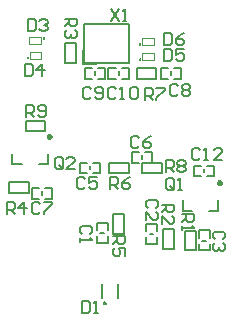
<source format=gbo>
%FSTAX23Y23*%
%MOIN*%
%SFA1B1*%

%IPPOS*%
%ADD13C,0.007870*%
%ADD57C,0.003940*%
%ADD58C,0.009840*%
%ADD59C,0.005910*%
%ADD60C,0.003150*%
%ADD61C,0.006000*%
%ADD62C,0.005910*%
%LNusb2uart-1*%
%LPD*%
G54D13*
X00777Y00362D02*
X00746D01*
Y00397*
X00864Y00362D02*
X00832D01*
X00864D02*
Y00397D01*
X00209Y00517D02*
X00178D01*
Y00552*
X00296Y00517D02*
X00265D01*
X00296D02*
Y00552D01*
X00457Y00851D02*
X00412D01*
Y00852D02*
Y00896D01*
X00506Y01034D02*
X00532Y00995D01*
Y01034D02*
X00506Y00995D01*
X00545D02*
X00558D01*
X00552*
Y01034*
X00545Y01028*
X00224Y00675D02*
Y00714D01*
X00244*
X0025Y00708*
Y00695*
X00244Y00688*
X00224*
X00237D02*
X0025Y00675D01*
X00263Y00681D02*
X0027Y00675D01*
X00283*
X0029Y00681*
Y00708*
X00283Y00714*
X0027*
X00263Y00708*
Y00701*
X0027Y00695*
X0029*
X00689Y0049D02*
Y00529D01*
X00709*
X00715Y00523*
Y0051*
X00709Y00503*
X00689*
X00702D02*
X00715Y0049D01*
X00728Y00523D02*
X00735Y00529D01*
X00748*
X00755Y00523*
Y00516*
X00748Y0051*
X00755Y00503*
Y00496*
X00748Y0049*
X00735*
X00728Y00496*
Y00503*
X00735Y0051*
X00728Y00516*
Y00523*
X00735Y0051D02*
X00748D01*
X00619Y0073D02*
Y00769D01*
X00639*
X00645Y00763*
Y0075*
X00639Y00743*
X00619*
X00632D02*
X00645Y0073D01*
X00658Y00769D02*
X00685D01*
Y00763*
X00658Y00736*
Y0073*
X00504Y00435D02*
Y00474D01*
X00524*
X0053Y00468*
Y00455*
X00524Y00448*
X00504*
X00517D02*
X0053Y00435D01*
X0057Y00474D02*
X00557Y00468D01*
X00543Y00455*
Y00441*
X0055Y00435*
X00563*
X0057Y00441*
Y00448*
X00563Y00455*
X00543*
X00512Y00277D02*
X00552D01*
Y00258*
X00545Y00251*
X00532*
X00525Y00258*
Y00277*
Y00264D02*
X00512Y00251D01*
X00552Y00212D02*
Y00238D01*
X00532*
X00538Y00225*
Y00218*
X00532Y00212*
X00519*
X00512Y00218*
Y00231*
X00519Y00238*
X00159Y0035D02*
Y00389D01*
X00179*
X00185Y00383*
Y0037*
X00179Y00363*
X00159*
X00172D02*
X00185Y0035D01*
X00218D02*
Y00389D01*
X00198Y0037*
X00225*
X00352Y01002D02*
X00392D01*
Y00983*
X00385Y00976*
X00372*
X00365Y00983*
Y01002*
Y00989D02*
X00352Y00976D01*
X00385Y00963D02*
X00392Y00956D01*
Y00943*
X00385Y00937*
X00378*
X00372Y00943*
Y0095*
Y00943*
X00365Y00937*
X00359*
X00352Y00943*
Y00956*
X00359Y00963*
X00677Y00382D02*
X00717D01*
Y00363*
X0071Y00356*
X00697*
X0069Y00363*
Y00382*
Y00369D02*
X00677Y00356D01*
Y00317D02*
Y00343D01*
X00703Y00317*
X0071*
X00717Y00323*
Y00336*
X0071Y00343*
X00742Y00351D02*
X00782D01*
Y00331*
X00775Y00325*
X00762*
X00755Y00331*
Y00351*
Y00338D02*
X00742Y00325D01*
Y00311D02*
Y00298D01*
Y00305*
X00782*
X00775Y00311*
X00345Y00506D02*
Y00533D01*
X00339Y00539*
X00326*
X00319Y00533*
Y00506*
X00326Y005*
X00339*
X00332Y00513D02*
X00345Y005D01*
X00339D02*
X00345Y00506D01*
X00385Y005D02*
X00358D01*
X00385Y00526*
Y00533*
X00378Y00539*
X00365*
X00358Y00533*
X00717Y00436D02*
Y00463D01*
X0071Y00469*
X00697*
X00691Y00463*
Y00436*
X00697Y0043*
X0071*
X00704Y00443D02*
X00717Y0043D01*
X0071D02*
X00717Y00436D01*
X0073Y0043D02*
X00743D01*
X00737*
Y00469*
X0073Y00463*
X00684Y00954D02*
Y00915D01*
X00704*
X0071Y00921*
Y00948*
X00704Y00954*
X00684*
X0075D02*
X00737Y00948D01*
X00723Y00935*
Y00921*
X0073Y00915*
X00743*
X0075Y00921*
Y00928*
X00743Y00935*
X00723*
X00684Y00899D02*
Y0086D01*
X00704*
X0071Y00866*
Y00893*
X00704Y00899*
X00684*
X0075D02*
X00723D01*
Y0088*
X00737Y00886*
X00743*
X0075Y0088*
Y00866*
X00743Y0086*
X0073*
X00723Y00866*
X00219Y00849D02*
Y0081D01*
X00239*
X00245Y00816*
Y00843*
X00239Y00849*
X00219*
X00278Y0081D02*
Y00849D01*
X00258Y0083*
X00285*
X00229Y00999D02*
Y0096D01*
X00249*
X00255Y00966*
Y00993*
X00249Y00999*
X00229*
X00268Y00993D02*
X00275Y00999D01*
X00288*
X00295Y00993*
Y00986*
X00288Y0098*
X00282*
X00288*
X00295Y00973*
Y00966*
X00288Y0096*
X00275*
X00268Y00966*
X00411Y00059D02*
Y0002D01*
X0043*
X00437Y00026*
Y00053*
X0043Y00059*
X00411*
X0045Y0002D02*
X00463D01*
X00457*
Y00059*
X0045Y00053*
X00804Y00563D02*
X00797Y00569D01*
X00784*
X00778Y00563*
Y00536*
X00784Y0053*
X00797*
X00804Y00536*
X00817Y0053D02*
X0083D01*
X00824*
Y00569*
X00817Y00563*
X00876Y0053D02*
X0085D01*
X00876Y00556*
Y00563*
X0087Y00569*
X00856*
X0085Y00563*
X00524Y00768D02*
X00517Y00774D01*
X00504*
X00498Y00768*
Y00741*
X00504Y00735*
X00517*
X00524Y00741*
X00537Y00735D02*
X0055D01*
X00544*
Y00774*
X00537Y00768*
X0057D02*
X00576Y00774D01*
X0059*
X00596Y00768*
Y00741*
X0059Y00735*
X00576*
X0057Y00741*
Y00768*
X0044D02*
X00434Y00774D01*
X00421*
X00414Y00768*
Y00741*
X00421Y00735*
X00434*
X0044Y00741*
X00453D02*
X0046Y00735D01*
X00473*
X0048Y00741*
Y00768*
X00473Y00774*
X0046*
X00453Y00768*
Y00761*
X0046Y00755*
X0048*
X0073Y00778D02*
X00724Y00784D01*
X00711*
X00704Y00778*
Y00751*
X00711Y00745*
X00724*
X0073Y00751*
X00743Y00778D02*
X0075Y00784D01*
X00763*
X0077Y00778*
Y00771*
X00763Y00765*
X0077Y00758*
Y00751*
X00763Y00745*
X0075*
X00743Y00751*
Y00758*
X0075Y00765*
X00743Y00771*
Y00778*
X0075Y00765D02*
X00763D01*
X0027Y00383D02*
X00264Y00389D01*
X00251*
X00244Y00383*
Y00356*
X00251Y0035*
X00264*
X0027Y00356*
X00283Y00389D02*
X0031D01*
Y00383*
X00283Y00356*
Y0035*
X006Y00603D02*
X00594Y00609D01*
X00581*
X00574Y00603*
Y00576*
X00581Y0057*
X00594*
X006Y00576*
X0064Y00609D02*
X00627Y00603D01*
X00613Y0059*
Y00576*
X0062Y0057*
X00633*
X0064Y00576*
Y00583*
X00633Y0059*
X00613*
X0042Y00468D02*
X00414Y00474D01*
X00401*
X00394Y00468*
Y00441*
X00401Y00435*
X00414*
X0042Y00441*
X0046Y00474D02*
X00433D01*
Y00455*
X00447Y00461*
X00453*
X0046Y00455*
Y00441*
X00453Y00435*
X0044*
X00433Y00441*
X0088Y00266D02*
X00887Y00273D01*
Y00286*
X0088Y00292*
X00854*
X00847Y00286*
Y00273*
X00854Y00266*
X0088Y00253D02*
X00887Y00246D01*
Y00233*
X0088Y00227*
X00873*
X00867Y00233*
Y0024*
Y00233*
X0086Y00227*
X00854*
X00847Y00233*
Y00246*
X00854Y00253*
X00655Y00371D02*
X00662Y00378D01*
Y00391*
X00655Y00397*
X00629*
X00622Y00391*
Y00378*
X00629Y00371*
X00622Y00332D02*
Y00358D01*
X00648Y00332*
X00655*
X00662Y00338*
Y00351*
X00655Y00358*
X00435Y00285D02*
X00442Y00291D01*
Y00304*
X00435Y00311*
X00409*
X00402Y00304*
Y00291*
X00409Y00285*
X00402Y00271D02*
Y00258D01*
Y00265*
X00442*
X00435Y00271*
G54D57*
X0028Y00937D02*
D01*
X0028Y00937*
X0028Y00937*
X0028Y00937*
X0028Y00937*
X0028Y00937*
X0028Y00937*
X0028Y00936*
X0028Y00936*
X0028Y00936*
X0028Y00936*
X0028Y00936*
X0028Y00936*
X0028Y00936*
X00281Y00936*
X00281Y00936*
X00281Y00936*
X00281Y00936*
X00281Y00935*
X00281Y00935*
X00281Y00935*
X00281Y00935*
X00282Y00935*
X00282*
X00282Y00935*
X00282Y00935*
X00282Y00935*
X00282Y00935*
X00282Y00936*
X00283Y00936*
X00283Y00936*
X00283Y00936*
X00283Y00936*
X00283Y00936*
X00283Y00936*
X00283Y00936*
X00283Y00936*
X00283Y00936*
X00283Y00936*
X00283Y00937*
X00284Y00937*
X00284Y00937*
X00284Y00937*
X00284Y00937*
X00284Y00937*
X00284Y00937*
D01*
X00284Y00938*
X00284Y00938*
X00284Y00938*
X00284Y00938*
X00284Y00938*
X00283Y00938*
X00283Y00938*
X00283Y00938*
X00283Y00939*
X00283Y00939*
X00283Y00939*
X00283Y00939*
X00283Y00939*
X00283Y00939*
X00283Y00939*
X00283Y00939*
X00282Y00939*
X00282Y00939*
X00282Y00939*
X00282Y00939*
X00282Y00939*
X00282Y00939*
X00282*
X00281Y00939*
X00281Y00939*
X00281Y00939*
X00281Y00939*
X00281Y00939*
X00281Y00939*
X00281Y00939*
X00281Y00939*
X0028Y00939*
X0028Y00939*
X0028Y00939*
X0028Y00939*
X0028Y00939*
X0028Y00938*
X0028Y00938*
X0028Y00938*
X0028Y00938*
X0028Y00938*
X0028Y00938*
X0028Y00938*
X0028Y00938*
X0028Y00937*
X00229Y00872D02*
D01*
X00229Y00872*
X00229Y00872*
X00229Y00872*
X00229Y00872*
X00229Y00872*
X00229Y00872*
X00229Y00873*
X00229Y00873*
X00229Y00873*
X00229Y00873*
X00229Y00873*
X00228Y00873*
X00228Y00873*
X00228Y00873*
X00228Y00873*
X00228Y00873*
X00228Y00873*
X00228Y00874*
X00228Y00874*
X00227Y00874*
X00227Y00874*
X00227Y00874*
X00227*
X00227Y00874*
X00227Y00874*
X00227Y00874*
X00227Y00874*
X00226Y00873*
X00226Y00873*
X00226Y00873*
X00226Y00873*
X00226Y00873*
X00226Y00873*
X00226Y00873*
X00226Y00873*
X00226Y00873*
X00225Y00873*
X00225Y00873*
X00225Y00872*
X00225Y00872*
X00225Y00872*
X00225Y00872*
X00225Y00872*
X00225Y00872*
X00225Y00872*
D01*
X00225Y00871*
X00225Y00871*
X00225Y00871*
X00225Y00871*
X00225Y00871*
X00225Y00871*
X00225Y00871*
X00225Y00871*
X00226Y0087*
X00226Y0087*
X00226Y0087*
X00226Y0087*
X00226Y0087*
X00226Y0087*
X00226Y0087*
X00226Y0087*
X00226Y0087*
X00227Y0087*
X00227Y0087*
X00227Y0087*
X00227Y0087*
X00227Y0087*
X00227*
X00227Y0087*
X00227Y0087*
X00228Y0087*
X00228Y0087*
X00228Y0087*
X00228Y0087*
X00228Y0087*
X00228Y0087*
X00228Y0087*
X00228Y0087*
X00229Y0087*
X00229Y0087*
X00229Y0087*
X00229Y00871*
X00229Y00871*
X00229Y00871*
X00229Y00871*
X00229Y00871*
X00229Y00871*
X00229Y00871*
X00229Y00871*
X00229Y00872*
X00604Y00917D02*
D01*
X00604Y00917*
X00604Y00917*
X00603Y00917*
X00603Y00917*
X00603Y00917*
X00603Y00917*
X00603Y00918*
X00603Y00918*
X00603Y00918*
X00603Y00918*
X00603Y00918*
X00603Y00918*
X00603Y00918*
X00603Y00918*
X00603Y00918*
X00602Y00918*
X00602Y00918*
X00602Y00919*
X00602Y00919*
X00602Y00919*
X00602Y00919*
X00602Y00919*
X00601*
X00601Y00919*
X00601Y00919*
X00601Y00919*
X00601Y00919*
X00601Y00918*
X00601Y00918*
X00601Y00918*
X006Y00918*
X006Y00918*
X006Y00918*
X006Y00918*
X006Y00918*
X006Y00918*
X006Y00918*
X006Y00918*
X006Y00917*
X006Y00917*
X006Y00917*
X006Y00917*
X006Y00917*
X006Y00917*
X006Y00917*
D01*
X006Y00916*
X006Y00916*
X006Y00916*
X006Y00916*
X006Y00916*
X006Y00916*
X006Y00916*
X006Y00916*
X006Y00915*
X006Y00915*
X006Y00915*
X006Y00915*
X006Y00915*
X006Y00915*
X00601Y00915*
X00601Y00915*
X00601Y00915*
X00601Y00915*
X00601Y00915*
X00601Y00915*
X00601Y00915*
X00601Y00915*
X00602*
X00602Y00915*
X00602Y00915*
X00602Y00915*
X00602Y00915*
X00602Y00915*
X00602Y00915*
X00603Y00915*
X00603Y00915*
X00603Y00915*
X00603Y00915*
X00603Y00915*
X00603Y00915*
X00603Y00915*
X00603Y00916*
X00603Y00916*
X00603Y00916*
X00603Y00916*
X00603Y00916*
X00603Y00916*
X00604Y00916*
X00604Y00916*
X00604Y00917*
X00604Y00867D02*
D01*
X00604Y00867*
X00604Y00867*
X00604Y00867*
X00604Y00867*
X00604Y00867*
X00604Y00867*
X00604Y00868*
X00604Y00868*
X00604Y00868*
X00604Y00868*
X00604Y00868*
X00603Y00868*
X00603Y00868*
X00603Y00868*
X00603Y00868*
X00603Y00868*
X00603Y00868*
X00603Y00869*
X00603Y00869*
X00602Y00869*
X00602Y00869*
X00602Y00869*
X00602*
X00602Y00869*
X00602Y00869*
X00602Y00869*
X00602Y00869*
X00601Y00868*
X00601Y00868*
X00601Y00868*
X00601Y00868*
X00601Y00868*
X00601Y00868*
X00601Y00868*
X00601Y00868*
X00601Y00868*
X006Y00868*
X006Y00868*
X006Y00867*
X006Y00867*
X006Y00867*
X006Y00867*
X006Y00867*
X006Y00867*
X006Y00867*
D01*
X006Y00866*
X006Y00866*
X006Y00866*
X006Y00866*
X006Y00866*
X006Y00866*
X006Y00866*
X006Y00866*
X00601Y00865*
X00601Y00865*
X00601Y00865*
X00601Y00865*
X00601Y00865*
X00601Y00865*
X00601Y00865*
X00601Y00865*
X00601Y00865*
X00602Y00865*
X00602Y00865*
X00602Y00865*
X00602Y00865*
X00602Y00865*
X00602*
X00602Y00865*
X00602Y00865*
X00603Y00865*
X00603Y00865*
X00603Y00865*
X00603Y00865*
X00603Y00865*
X00603Y00865*
X00603Y00865*
X00603Y00865*
X00604Y00865*
X00604Y00865*
X00604Y00865*
X00604Y00866*
X00604Y00866*
X00604Y00866*
X00604Y00866*
X00604Y00866*
X00604Y00866*
X00604Y00866*
X00604Y00866*
X00604Y00867*
G54D58*
X00863Y00455D02*
D01*
X00863Y00454*
X00863Y00454*
X00863Y00453*
X00863Y00453*
X00863Y00453*
X00863Y00452*
X00863Y00452*
X00863Y00452*
X00864Y00452*
X00864Y00451*
X00864Y00451*
X00864Y00451*
X00864Y00451*
X00865Y0045*
X00865Y0045*
X00865Y0045*
X00866Y0045*
X00866Y0045*
X00866Y0045*
X00867Y0045*
X00867Y0045*
X00867Y0045*
X00868*
X00868Y0045*
X00868Y0045*
X00869Y0045*
X00869Y0045*
X00869Y0045*
X0087Y0045*
X0087Y0045*
X0087Y0045*
X00871Y00451*
X00871Y00451*
X00871Y00451*
X00871Y00451*
X00871Y00452*
X00872Y00452*
X00872Y00452*
X00872Y00452*
X00872Y00453*
X00872Y00453*
X00872Y00453*
X00872Y00454*
X00872Y00454*
X00872Y00455*
X00872Y00455*
X00872Y00455*
X00872Y00456*
X00872Y00456*
X00872Y00456*
X00872Y00457*
X00872Y00457*
X00872Y00457*
X00871Y00457*
X00871Y00458*
X00871Y00458*
X00871Y00458*
X00871Y00458*
X0087Y00459*
X0087Y00459*
X0087Y00459*
X00869Y00459*
X00869Y00459*
X00869Y00459*
X00868Y00459*
X00868Y00459*
X00868Y00459*
X00867*
X00867Y00459*
X00867Y00459*
X00866Y00459*
X00866Y00459*
X00866Y00459*
X00865Y00459*
X00865Y00459*
X00865Y00459*
X00864Y00458*
X00864Y00458*
X00864Y00458*
X00864Y00458*
X00864Y00457*
X00863Y00457*
X00863Y00457*
X00863Y00457*
X00863Y00456*
X00863Y00456*
X00863Y00456*
X00863Y00455*
X00863Y00455*
X00863Y00455*
X00295Y0061D02*
D01*
X00295Y00609*
X00295Y00609*
X00295Y00608*
X00295Y00608*
X00295Y00608*
X00295Y00607*
X00296Y00607*
X00296Y00607*
X00296Y00607*
X00296Y00606*
X00296Y00606*
X00297Y00606*
X00297Y00606*
X00297Y00605*
X00297Y00605*
X00298Y00605*
X00298Y00605*
X00298Y00605*
X00299Y00605*
X00299Y00605*
X00299Y00605*
X003Y00605*
X003*
X003Y00605*
X00301Y00605*
X00301Y00605*
X00301Y00605*
X00302Y00605*
X00302Y00605*
X00302Y00605*
X00303Y00605*
X00303Y00606*
X00303Y00606*
X00303Y00606*
X00304Y00606*
X00304Y00607*
X00304Y00607*
X00304Y00607*
X00304Y00607*
X00305Y00608*
X00305Y00608*
X00305Y00608*
X00305Y00609*
X00305Y00609*
X00305Y0061*
X00305Y0061*
X00305Y0061*
X00305Y00611*
X00305Y00611*
X00305Y00611*
X00304Y00612*
X00304Y00612*
X00304Y00612*
X00304Y00612*
X00304Y00613*
X00303Y00613*
X00303Y00613*
X00303Y00613*
X00303Y00614*
X00302Y00614*
X00302Y00614*
X00302Y00614*
X00301Y00614*
X00301Y00614*
X00301Y00614*
X003Y00614*
X003Y00614*
X003*
X00299Y00614*
X00299Y00614*
X00299Y00614*
X00298Y00614*
X00298Y00614*
X00298Y00614*
X00297Y00614*
X00297Y00614*
X00297Y00613*
X00297Y00613*
X00296Y00613*
X00296Y00613*
X00296Y00612*
X00296Y00612*
X00296Y00612*
X00295Y00612*
X00295Y00611*
X00295Y00611*
X00295Y00611*
X00295Y0061*
X00295Y0061*
X00295Y0061*
G54D59*
X00483Y00053D02*
D01*
X00483Y00053*
X00483Y00053*
X00483Y00053*
X00483Y00052*
X00483Y00052*
X00483Y00052*
X00484Y00052*
X00484Y00052*
X00484Y00052*
X00484Y00051*
X00484Y00051*
X00484Y00051*
X00484Y00051*
X00485Y00051*
X00485Y00051*
X00485Y00051*
X00485Y00051*
X00485Y0005*
X00485Y0005*
X00486Y0005*
X00486Y0005*
X00486Y0005*
X00486*
X00486Y0005*
X00487Y0005*
X00487Y0005*
X00487Y0005*
X00487Y00051*
X00487Y00051*
X00488Y00051*
X00488Y00051*
X00488Y00051*
X00488Y00051*
X00488Y00051*
X00488Y00051*
X00489Y00052*
X00489Y00052*
X00489Y00052*
X00489Y00052*
X00489Y00052*
X00489Y00052*
X00489Y00053*
X00489Y00053*
X00489Y00053*
X00489Y00053*
X00489Y00054*
X00489Y00054*
X00489Y00054*
X00489Y00054*
X00489Y00054*
X00489Y00054*
X00489Y00055*
X00489Y00055*
X00489Y00055*
X00488Y00055*
X00488Y00055*
X00488Y00055*
X00488Y00056*
X00488Y00056*
X00488Y00056*
X00487Y00056*
X00487Y00056*
X00487Y00056*
X00487Y00056*
X00487Y00056*
X00486Y00056*
X00486Y00056*
X00486*
X00486Y00056*
X00486Y00056*
X00485Y00056*
X00485Y00056*
X00485Y00056*
X00485Y00056*
X00485Y00056*
X00485Y00056*
X00484Y00056*
X00484Y00055*
X00484Y00055*
X00484Y00055*
X00484Y00055*
X00484Y00055*
X00484Y00055*
X00483Y00054*
X00483Y00054*
X00483Y00054*
X00483Y00054*
X00483Y00054*
X00483Y00054*
X00483Y00053*
G54D60*
X00274Y00918D02*
X00234D01*
Y00941*
X00274D02*
X00234D01*
X00274Y00918D02*
Y00941D01*
X00274Y00891D02*
X00235D01*
X00274Y00868D02*
Y00891D01*
Y00868D02*
X00235D01*
Y00891*
X00649Y00936D02*
X00609D01*
X00649Y00913D02*
Y00936D01*
Y00913D02*
X00609D01*
Y00936*
X00649Y00886D02*
X0061D01*
X00649Y00863D02*
Y00886D01*
Y00863D02*
X0061D01*
Y00886*
G54D61*
X0085Y00477D02*
X00827D01*
X00807D02*
X00783D01*
X0085Y00512D02*
X00827D01*
X00807D02*
X00783D01*
Y00477D02*
Y00512D01*
X00783Y00477D02*
X00783Y00477D01*
X0085Y00477D02*
Y00512D01*
X00817Y00489D02*
Y00501D01*
X00288Y00627D02*
X00223D01*
X00288Y00662D02*
X00223D01*
X00288Y00627D02*
Y00662D01*
X00223Y00627D02*
Y00662D01*
X00233Y00457D02*
X00168D01*
X00233Y00422D02*
X00168D01*
Y00457*
X00233Y00422D02*
Y00457D01*
X0031Y00402D02*
X00287D01*
X00267D02*
X00243D01*
X0031Y00437D02*
X00287D01*
X00267D02*
X00243D01*
Y00402D02*
Y00437D01*
X00243Y00402D02*
X00243Y00402D01*
X0031Y00402D02*
Y00437D01*
X00277Y00414D02*
Y00426D01*
X00799Y00229D02*
Y00252D01*
Y00272D02*
Y00296D01*
X00835Y00229D02*
Y00252D01*
Y00272D02*
Y00296D01*
X00799*
Y00296*
X00835Y00229D02*
X00799D01*
X00823Y00262D02*
X00811D01*
X00754Y00229D02*
Y00294D01*
X0079Y00229D02*
Y00294D01*
Y00229D02*
X00754D01*
X0079Y00294D02*
X00754D01*
X00354Y00854D02*
Y00919D01*
X0039Y00854D02*
Y00919D01*
Y00854D02*
X00354D01*
X0039Y00919D02*
X00354D01*
X00658Y00802D02*
X00593D01*
X00658Y00837D02*
X00593D01*
X00658Y00802D02*
Y00837D01*
X00593Y00802D02*
Y00837D01*
X00697Y00837D02*
X00673D01*
X0074D02*
X00717D01*
X00697Y00802D02*
X00673D01*
X0074D02*
X00717D01*
X0074D02*
Y00837D01*
Y00837*
X00673Y00802D02*
Y00837D01*
X00707Y00814D02*
Y00826D01*
X00488Y00802D02*
X00464D01*
X00444D02*
X00421D01*
X00488Y00837D02*
X00464D01*
X00444D02*
X00421D01*
Y00802D02*
Y00837D01*
Y00802D02*
Y00802D01*
X00488Y00802D02*
Y00837D01*
X00454Y00814D02*
Y00826D01*
X00522Y00837D02*
X00498D01*
X00565D02*
X00542D01*
X00522Y00802D02*
X00498D01*
X00565D02*
X00542D01*
X00565D02*
Y00837D01*
Y00837*
X00498Y00802D02*
Y00837D01*
X00532Y00814D02*
Y00826D01*
X00514Y00285D02*
Y0035D01*
X0055Y00285D02*
Y0035D01*
Y00285D02*
X00514D01*
X0055Y0035D02*
X00514D01*
X00565Y00522D02*
X005D01*
X00565Y00487D02*
X005D01*
Y00522*
X00565Y00487D02*
Y00522D01*
X00427D02*
X00403D01*
X0047D02*
X00447D01*
X00427Y00487D02*
X00403D01*
X0047D02*
X00447D01*
X0047D02*
Y00522D01*
Y00522*
X00403Y00487D02*
Y00522D01*
X00437Y00499D02*
Y00511D01*
X00676Y00522D02*
X00611D01*
X00676Y00487D02*
X00611D01*
Y00522*
X00676Y00487D02*
Y00522D01*
X00643Y00522D02*
X00619D01*
X00599D02*
X00576D01*
X00643Y00557D02*
X00619D01*
X00599D02*
X00576D01*
Y00522D02*
Y00557D01*
Y00522D02*
Y00522D01*
X00643Y00522D02*
Y00557D01*
X00609Y00534D02*
Y00546D01*
X00529Y0007D02*
Y00116D01*
X00475Y0007D02*
Y00116D01*
X00715Y00299D02*
X00679D01*
X00715Y00234D02*
X00679D01*
X00715D02*
Y00299D01*
X00679Y00234D02*
Y00299D01*
X00483Y00287D02*
X00471D01*
X00495Y00321D02*
X00459D01*
X00495Y00254D02*
Y00254D01*
X00459*
Y00277*
Y00297D02*
Y00321D01*
X00495Y00254D02*
Y00277D01*
Y00297D02*
Y00321D01*
X00648Y00285D02*
X00636D01*
X0066Y00318D02*
X00624D01*
X0066Y00251D02*
Y00251D01*
X00624*
Y00275*
Y00295D02*
Y00318D01*
X0066Y00251D02*
Y00275D01*
Y00295D02*
Y00318D01*
G54D62*
X00417Y00855D02*
Y00985D01*
X00567Y00855D02*
X00417D01*
X00567D02*
Y00985D01*
X00417*
M02*
</source>
